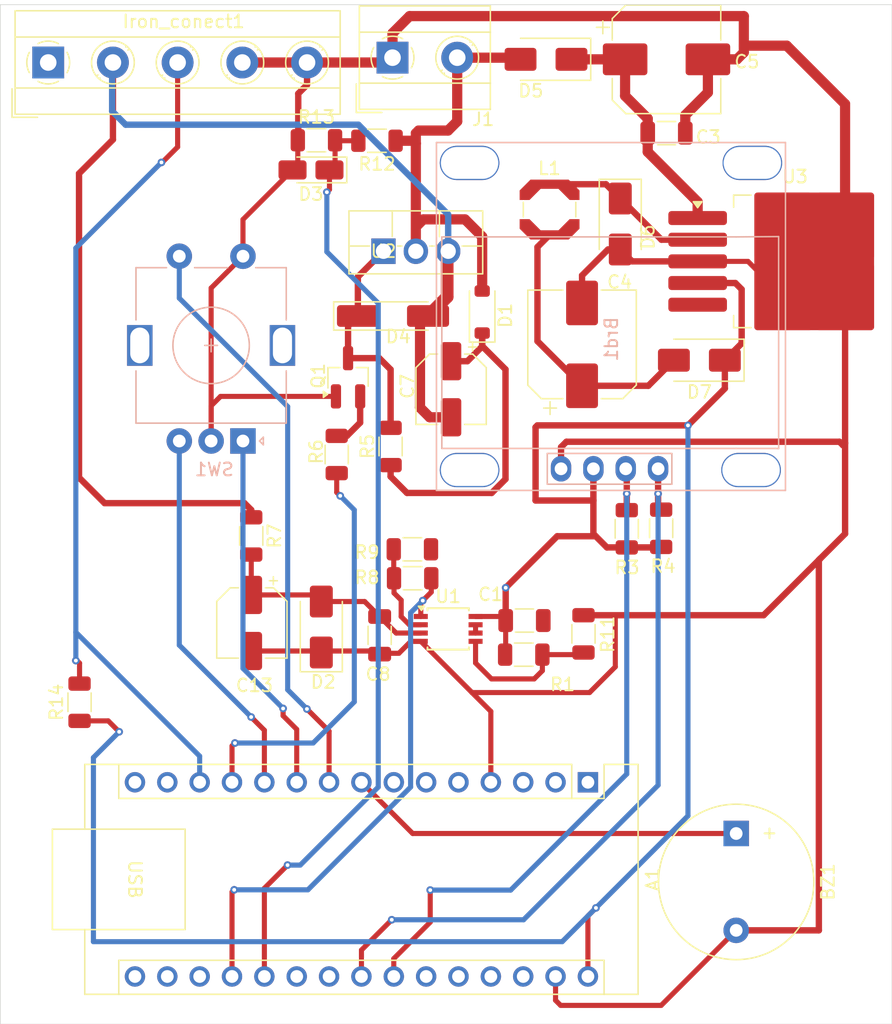
<source format=kicad_pcb>
(kicad_pcb (version 20240108) (generator "pcbnew") (generator_version "8.0")
  (layers (0 "F.Cu" signal) (31 "B.Cu" signal) (34 "B.Paste" user) (35 "F.Paste" user) (36 "B.SilkS" user "B.Silkscreen") (37 "F.SilkS" user "F.Silkscreen") (38 "B.Mask" user) (39 "F.Mask" user) (44 "Edge.Cuts" user))
  (net 0 "")
  (net 2 "A")
  (net 3 "/SCL")
  (net 6 "GND")
  (net 7 "A1")
  (net 9 "D10")
  (net 10 "VCC")
  (net 13 "A0")
  (net 15 "SW")
  (net 18 "B")
  (net 21 "/SDA")
  (net 25 "D5")
  (net 29 "D9")
  (net 30 "Net-(D5-K)")
  (net 31 "Net-(D7-A)")
  (net 32 "P+")
  (net 33 "Net-(D1-K)")
  (net 34 "Net-(D2-A)")
  (net 35 "+24V")
  (net 36 "Net-(D4-K)")
  (net 37 "Net-(D6-K)")
  (net 38 "Net-(Q1-B)")
  (net 39 "Net-(U1B-+)")
  (net 40 "Net-(U1A--)")
  (net 43 "Net-(U1B--)")
  (footprint "Resistor_SMD:R_1206_3216Metric" (layer "F.Cu") (at 136.4 88.9 90)
    (property "Reference" "R5" (at 0 -1.82 90) (layer "F.SilkS"))
    (property "Value" "4.7K")
    (pad "1" smd roundrect (at -1.4625 0 90) (size 1.125 1.75) (layers "F.Cu" "F.Paste" "F.Mask") (roundrect_rratio 0.222222) (net 33 "Net-(D1-K)"))
    (pad "2" smd roundrect (at 1.4625 0 90) (size 1.125 1.75) (layers "F.Cu" "F.Paste" "F.Mask") (roundrect_rratio 0.222222) (net 36 "Net-(D4-K)"))
  )
  (footprint "Package_TO_SOT_SMD:SOT-23_Handsoldering" (layer "F.Cu") (at 133.06 83.47 90)
    (property "Reference" "Q1" (at 0.11 -2.34 90) (layer "F.SilkS"))
    (property "Value" "2N2222A")
    (pad "1" smd roundrect (at -1.5 -0.95 90) (size 1.9 0.8) (layers "F.Cu" "F.Paste" "F.Mask") (net 6 "GND"))
    (pad "2" smd roundrect (at -1.5 0.95 90) (size 1.9 0.8) (layers "F.Cu" "F.Paste" "F.Mask") (net 38 "Net-(Q1-B)"))
    (pad "3" smd roundrect (at 1.5 0 90) (size 1.9 0.8) (layers "F.Cu" "F.Paste" "F.Mask") (net 36 "Net-(D4-K)"))
  )
  (footprint "Package_TO_SOT_THT:TO-220F-3_Vertical" (layer "F.Cu") (at 135.84 73.58)
    (property "Reference" "U2" (at 0 0 0) (layer "F.SilkS"))
    (property "Value" "IRLIZ44N")
    (pad "1" thru_hole rect (at 0 0) (size 1.905 2) (drill 1.2) (layers "*.Cu" "*.Mask") (net 36 "Net-(D4-K)"))
    (pad "2" thru_hole oval (at 2.54 0) (size 1.905 2) (drill 1.2) (layers "*.Cu" "*.Mask") (net 35 "+24V"))
    (pad "3" thru_hole oval (at 5.08 0) (size 1.905 2) (drill 1.2) (layers "*.Cu" "*.Mask") (net 32 "P+"))
  )
  (footprint "Capacitor_SMD:C_1206_3216Metric" (layer "F.Cu") (at 146.91 102.56)
    (property "Reference" "C1" (at -2.6575 -2.055 0) (layer "F.SilkS"))
    (property "Value" "100nF")
    (pad "1" smd roundrect (at -1.475 0) (size 1.15 1.8) (layers "F.Cu" "F.Paste" "F.Mask") (roundrect_rratio 0.217391) (net 10 "VCC"))
    (pad "2" smd roundrect (at 1.475 0) (size 1.15 1.8) (layers "F.Cu" "F.Paste" "F.Mask") (roundrect_rratio 0.217391) (net 6 "GND"))
  )
  (footprint "Diode_SMD:D_SOD-123" (layer "F.Cu") (at 143.59 78.35 90)
    (property "Reference" "D1" (at -0.27 1.82 90) (layer "F.SilkS"))
    (property "Value" "1N5819")
    (pad "1" smd roundrect (at -1.65 0 90) (size 0.9 1.2) (layers "F.Cu" "F.Paste" "F.Mask") (net 33 "Net-(D1-K)"))
    (pad "2" smd roundrect (at 1.65 0 90) (size 0.9 1.2) (layers "F.Cu" "F.Paste" "F.Mask") (net 35 "+24V"))
  )
  (footprint "Module:Arduino_Nano" (layer "F.Cu") (at 151.89 115.25 -90)
    (property "Reference" "A1" (at 7.62 -5.08 90) (layer "F.SilkS"))
    (property "Value" "Arduino_Nano_Every" (hide yes))
    (fp_text user "USB" (at 7.62 35.56 -90) (layer "F.SilkS"))
    (pad "1" thru_hole rect (at 0 0 270) (size 1.6 1.6) (drill 1) (layers "*.Cu" "*.Mask"))
    (pad "2" thru_hole oval (at 0 2.54 270) (size 1.6 1.6) (drill 1) (layers "*.Cu" "*.Mask"))
    (pad "3" thru_hole oval (at 0 5.08 270) (size 1.6 1.6) (drill 1) (layers "*.Cu" "*.Mask"))
    (pad "4" thru_hole oval (at 0 7.62 270) (size 1.6 1.6) (drill 1) (layers "*.Cu" "*.Mask") (net 6 "GND"))
    (pad "5" thru_hole oval (at 0 10.16 270) (size 1.6 1.6) (drill 1) (layers "*.Cu" "*.Mask"))
    (pad "6" thru_hole oval (at 0 12.7 270) (size 1.6 1.6) (drill 1) (layers "*.Cu" "*.Mask"))
    (pad "7" thru_hole oval (at 0 15.24 270) (size 1.6 1.6) (drill 1) (layers "*.Cu" "*.Mask"))
    (pad "8" thru_hole oval (at 0 17.78 270) (size 1.6 1.6) (drill 1) (layers "*.Cu" "*.Mask") (net 25 "D5"))
    (pad "9" thru_hole oval (at 0 20.32 270) (size 1.6 1.6) (drill 1) (layers "*.Cu" "*.Mask") (net 15 "SW"))
    (pad "10" thru_hole oval (at 0 22.86 270) (size 1.6 1.6) (drill 1) (layers "*.Cu" "*.Mask") (net 2 "A"))
    (pad "11" thru_hole oval (at 0 25.4 270) (size 1.6 1.6) (drill 1) (layers "*.Cu" "*.Mask") (net 18 "B"))
    (pad "12" thru_hole oval (at 0 27.94 270) (size 1.6 1.6) (drill 1) (layers "*.Cu" "*.Mask") (net 29 "D9"))
    (pad "13" thru_hole oval (at 0 30.48 270) (size 1.6 1.6) (drill 1) (layers "*.Cu" "*.Mask") (net 9 "D10"))
    (pad "14" thru_hole oval (at 0 33.02 270) (size 1.6 1.6) (drill 1) (layers "*.Cu" "*.Mask"))
    (pad "15" thru_hole oval (at 0 35.56 270) (size 1.6 1.6) (drill 1) (layers "*.Cu" "*.Mask"))
    (pad "16" thru_hole oval (at 15.24 35.56 270) (size 1.6 1.6) (drill 1) (layers "*.Cu" "*.Mask"))
    (pad "17" thru_hole oval (at 15.24 33.02 270) (size 1.6 1.6) (drill 1) (layers "*.Cu" "*.Mask"))
    (pad "18" thru_hole oval (at 15.24 30.48 270) (size 1.6 1.6) (drill 1) (layers "*.Cu" "*.Mask"))
    (pad "19" thru_hole oval (at 15.24 27.94 270) (size 1.6 1.6) (drill 1) (layers "*.Cu" "*.Mask") (net 13 "A0"))
    (pad "20" thru_hole oval (at 15.24 25.4 270) (size 1.6 1.6) (drill 1) (layers "*.Cu" "*.Mask") (net 7 "A1"))
    (pad "21" thru_hole oval (at 15.24 22.86 270) (size 1.6 1.6) (drill 1) (layers "*.Cu" "*.Mask"))
    (pad "22" thru_hole oval (at 15.24 20.32 270) (size 1.6 1.6) (drill 1) (layers "*.Cu" "*.Mask"))
    (pad "23" thru_hole oval (at 15.24 17.78 270) (size 1.6 1.6) (drill 1) (layers "*.Cu" "*.Mask") (net 21 "/SDA"))
    (pad "24" thru_hole oval (at 15.24 15.24 270) (size 1.6 1.6) (drill 1) (layers "*.Cu" "*.Mask") (net 3 "/SCL"))
    (pad "25" thru_hole oval (at 15.24 12.7 270) (size 1.6 1.6) (drill 1) (layers "*.Cu" "*.Mask"))
    (pad "26" thru_hole oval (at 15.24 10.16 270) (size 1.6 1.6) (drill 1) (layers "*.Cu" "*.Mask"))
    (pad "27" thru_hole oval (at 15.24 7.62 270) (size 1.6 1.6) (drill 1) (layers "*.Cu" "*.Mask"))
    (pad "28" thru_hole oval (at 15.24 5.08 270) (size 1.6 1.6) (drill 1) (layers "*.Cu" "*.Mask"))
    (pad "29" thru_hole oval (at 15.24 2.54 270) (size 1.6 1.6) (drill 1) (layers "*.Cu" "*.Mask") (net 6 "GND"))
    (pad "30" thru_hole oval (at 15.24 0 270) (size 1.6 1.6) (drill 1) (layers "*.Cu" "*.Mask") (net 10 "VCC"))
  )
  (footprint "Diode_SMD:D_SMA" (layer "F.Cu") (at 154.43 71.4425 -90)
    (property "Reference" "D6" (at 1.0175 -2.17 90) (layer "F.SilkS"))
    (property "Value" "SS34")
    (pad "1" smd roundrect (at -2 0 270) (size 2.5 1.8) (layers "F.Cu" "F.Paste" "F.Mask") (roundrect_rratio 0.1388888889) (net 37 "Net-(D6-K)"))
    (pad "2" smd roundrect (at 2 0 270) (size 2.5 1.8) (layers "F.Cu" "F.Paste" "F.Mask") (roundrect_rratio 0.1388888889) (net 6 "GND"))
  )
  (footprint "Diode_SMD:D_SMA" (layer "F.Cu") (at 148.6 58.52 180)
    (property "Reference" "D5" (at 1.19 -2.47 0) (layer "F.SilkS"))
    (property "Value" "1N4007")
    (pad "1" smd roundrect (at -2 0 180) (size 2.5 1.8) (layers "F.Cu" "F.Paste" "F.Mask") (roundrect_rratio 0.1388888889) (net 30 "Net-(D5-K)"))
    (pad "2" smd roundrect (at 2 0 180) (size 2.5 1.8) (layers "F.Cu" "F.Paste" "F.Mask") (roundrect_rratio 0.1388888889) (net 35 "+24V"))
  )
  (footprint "Package_SO:TSSOP-8_3x3mm_P0.65mm" (layer "F.Cu") (at 140.92 103.215)
    (property "Reference" "U1" (at 0 -2.55 0) (layer "F.SilkS"))
    (property "Value" "LM358")
    (pad "1" smd rect (at -2.15 -0.975) (size 1.1 0.4) (layers "F.Cu" "F.Paste" "F.Mask") (net 13 "A0"))
    (pad "2" smd rect (at -2.15 -0.325) (size 1.1 0.4) (layers "F.Cu" "F.Paste" "F.Mask") (net 40 "Net-(U1A--)"))
    (pad "3" smd rect (at -2.15 0.325) (size 1.1 0.4) (layers "F.Cu" "F.Paste" "F.Mask") (net 34 "Net-(D2-A)"))
    (pad "4" smd rect (at -2.15 0.975) (size 1.1 0.4) (layers "F.Cu" "F.Paste" "F.Mask") (net 6 "GND"))
    (pad "5" smd rect (at 2.15 0.975) (size 1.1 0.4) (layers "F.Cu" "F.Paste" "F.Mask") (net 39 "Net-(U1B-+)"))
    (pad "6" smd rect (at 2.15 0.325) (size 1.1 0.4) (layers "F.Cu" "F.Paste" "F.Mask") (net 43 "Net-(U1B--)"))
    (pad "7" smd rect (at 2.15 -0.325) (size 1.1 0.4) (layers "F.Cu" "F.Paste" "F.Mask") (net 43 "Net-(U1B--)"))
    (pad "8" smd rect (at 2.15 -0.975) (size 1.1 0.4) (layers "F.Cu" "F.Paste" "F.Mask") (net 10 "VCC"))
  )
  (footprint "Diode_SMD:D_MicroMELF_Handsoldering" (layer "F.Cu") (at 130.15 67.2 180)
    (property "Reference" "D3" (at 0 -1.9 0) (layer "F.SilkS"))
    (property "Value" "5V")
    (pad "1" smd roundrect (at -1.45 0 180) (size 2.2 1.5) (layers "F.Cu" "F.Paste" "F.Mask") (roundrect_rratio 0.1666666667) (net 7 "A1"))
    (pad "2" smd roundrect (at 1.45 0 180) (size 2.2 1.5) (layers "F.Cu" "F.Paste" "F.Mask") (roundrect_rratio 0.1666666667) (net 6 "GND"))
  )
  (footprint "TerminalBlock_MetzConnect:TerminalBlock_MetzConnect_Type101_RT01605HBWC_1x05_P5.08mm_Horizontal" (layer "F.Cu") (at 109.52 58.77)
    (property "Reference" "Iron_conect1" (at 10.63 -3.22 180) (layer "F.SilkS"))
    (property "Value" "Conn_01x05_Pin")
    (pad "1" thru_hole rect (at 0 0) (size 2.5 2.5) (drill 1.3) (layers "*.Cu" "*.Mask") (net 6 "GND"))
    (pad "2" thru_hole circle (at 5.08 0) (size 2.5 2.5) (drill 1.3) (layers "*.Cu" "*.Mask") (net 32 "P+"))
    (pad "3" thru_hole circle (at 10.16 0) (size 2.5 2.5) (drill 1.3) (layers "*.Cu" "*.Mask") (net 9 "D10"))
    (pad "4" thru_hole circle (at 15.24 0) (size 2.5 2.5) (drill 1.3) (layers "*.Cu" "*.Mask") (net 6 "GND"))
    (pad "5" thru_hole circle (at 20.32 0) (size 2.5 2.5) (drill 1.3) (layers "*.Cu" "*.Mask") (net 6 "GND"))
  )
  (footprint "Resistor_SMD:R_1206_3216Metric" (layer "F.Cu") (at 138.13 99.24 180)
    (property "Reference" "R8" (at 3.58 0.06 0) (layer "F.SilkS"))
    (property "Value" "200K")
    (pad "1" smd roundrect (at -1.4625 0 180) (size 1.125 1.75) (layers "F.Cu" "F.Paste" "F.Mask") (roundrect_rratio 0.222222) (net 13 "A0"))
    (pad "2" smd roundrect (at 1.4625 0 180) (size 1.125 1.75) (layers "F.Cu" "F.Paste" "F.Mask") (roundrect_rratio 0.222222) (net 40 "Net-(U1A--)"))
  )
  (footprint "Capacitor_SMD:CP_Elec_8x10" (layer "F.Cu") (at 158.06 58.52)
    (property "Reference" "C5" (at 6.31 0.19 0) (layer "F.SilkS"))
    (property "Value" "220uf")
    (pad "1" smd roundrect (at -3.25 0) (size 3.5 2.5) (layers "F.Cu" "F.Paste" "F.Mask") (roundrect_rratio 0.1) (net 30 "Net-(D5-K)"))
    (pad "2" smd roundrect (at 3.25 0) (size 3.5 2.5) (layers "F.Cu" "F.Paste" "F.Mask") (roundrect_rratio 0.1) (net 6 "GND"))
  )
  (footprint "Resistor_SMD:R_1206_3216Metric" (layer "F.Cu") (at 138.11 96.97 180)
    (property "Reference" "R9" (at 3.56 -0.23 0) (layer "F.SilkS"))
    (property "Value" "1K")
    (pad "1" smd roundrect (at -1.4625 0 180) (size 1.125 1.75) (layers "F.Cu" "F.Paste" "F.Mask") (roundrect_rratio 0.222222) (net 6 "GND"))
    (pad "2" smd roundrect (at 1.4625 0 180) (size 1.125 1.75) (layers "F.Cu" "F.Paste" "F.Mask") (roundrect_rratio 0.222222) (net 40 "Net-(U1A--)"))
  )
  (footprint "TerminalBlock_MetzConnect:TerminalBlock_MetzConnect_Type101_RT01602HBWC_1x02_P5.08mm_Horizontal" (layer "F.Cu") (at 136.55 58.39)
    (property "Reference" "J1" (at 7.12 4.84 0) (layer "F.SilkS"))
    (property "Value" "Conn_01x02_Pin")
    (pad "1" thru_hole rect (at 0 0) (size 2.5 2.5) (drill 1.3) (layers "*.Cu" "*.Mask") (net 6 "GND"))
    (pad "2" thru_hole circle (at 5.08 0) (size 2.5 2.5) (drill 1.3) (layers "*.Cu" "*.Mask") (net 35 "+24V"))
  )
  (footprint "Resistor_SMD:R_1206_3216Metric" (layer "F.Cu") (at 130.5775 64.87)
    (property "Reference" "R13" (at 0 -1.82 0) (layer "F.SilkS"))
    (property "Value" "10K")
    (pad "1" smd roundrect (at -1.4625 0) (size 1.125 1.75) (layers "F.Cu" "F.Paste" "F.Mask") (roundrect_rratio 0.222222) (net 6 "GND"))
    (pad "2" smd roundrect (at 1.4625 0) (size 1.125 1.75) (layers "F.Cu" "F.Paste" "F.Mask") (roundrect_rratio 0.222222) (net 7 "A1"))
  )
  (footprint "Resistor_SMD:R_1206_3216Metric" (layer "F.Cu") (at 146.8525 105.235 180)
    (property "Reference" "R1" (at -3.05 -2.34 0) (layer "F.SilkS"))
    (property "Value" "10K")
    (pad "1" smd roundrect (at -1.4625 0 180) (size 1.125 1.75) (layers "F.Cu" "F.Paste" "F.Mask") (roundrect_rratio 0.222222) (net 39 "Net-(U1B-+)"))
    (pad "2" smd roundrect (at 1.4625 0 180) (size 1.125 1.75) (layers "F.Cu" "F.Paste" "F.Mask") (roundrect_rratio 0.222222) (net 10 "VCC"))
  )
  (footprint "Resistor_SMD:R_1206_3216Metric" (layer "F.Cu") (at 157.64 95.32 90)
    (property "Reference" "R4" (at -2.98 0.15 180) (layer "F.SilkS"))
    (property "Value" "10K")
    (pad "1" smd roundrect (at -1.4625 0 90) (size 1.125 1.75) (layers "F.Cu" "F.Paste" "F.Mask") (roundrect_rratio 0.222222) (net 10 "VCC"))
    (pad "2" smd roundrect (at 1.4625 0 90) (size 1.125 1.75) (layers "F.Cu" "F.Paste" "F.Mask") (roundrect_rratio 0.222222) (net 21 "/SDA"))
  )
  (footprint "Resistor_SMD:R_1206_3216Metric" (layer "F.Cu") (at 132.17 89.53 -90)
    (property "Reference" "R6" (at -0.22 1.61 90) (layer "F.SilkS"))
    (property "Value" "10K")
    (pad "1" smd roundrect (at -1.4625 0 270) (size 1.125 1.75) (layers "F.Cu" "F.Paste" "F.Mask") (roundrect_rratio 0.222222) (net 38 "Net-(Q1-B)"))
    (pad "2" smd roundrect (at 1.4625 0 270) (size 1.125 1.75) (layers "F.Cu" "F.Paste" "F.Mask") (roundrect_rratio 0.222222) (net 29 "D9"))
  )
  (footprint "Resistor_SMD:R_1206_3216Metric" (layer "F.Cu") (at 111.98 108.97 90)
    (property "Reference" "R14" (at 0 -1.82 90) (layer "F.SilkS"))
    (property "Value" "10K")
    (pad "1" smd roundrect (at -1.4625 0 90) (size 1.125 1.75) (layers "F.Cu" "F.Paste" "F.Mask") (roundrect_rratio 0.222222) (net 10 "VCC"))
    (pad "2" smd roundrect (at 1.4625 0 90) (size 1.125 1.75) (layers "F.Cu" "F.Paste" "F.Mask") (roundrect_rratio 0.222222) (net 9 "D10"))
  )
  (footprint "Resistor_SMD:R_1206_3216Metric" (layer "F.Cu") (at 154.94 95.36 90)
    (property "Reference" "R3" (at -3.04 0.02 180) (layer "F.SilkS"))
    (property "Value" "10K")
    (pad "1" smd roundrect (at -1.4625 0 90) (size 1.125 1.75) (layers "F.Cu" "F.Paste" "F.Mask") (roundrect_rratio 0.222222) (net 10 "VCC"))
    (pad "2" smd roundrect (at 1.4625 0 90) (size 1.125 1.75) (layers "F.Cu" "F.Paste" "F.Mask") (roundrect_rratio 0.222222) (net 3 "/SCL"))
  )
  (footprint "Resistor_SMD:R_1206_3216Metric" (layer "F.Cu") (at 151.5425 103.605 90)
    (property "Reference" "R11" (at -0.04 1.9 90) (layer "F.SilkS"))
    (property "Value" "10K")
    (pad "1" smd roundrect (at -1.4625 0 90) (size 1.125 1.75) (layers "F.Cu" "F.Paste" "F.Mask") (roundrect_rratio 0.222222) (net 39 "Net-(U1B-+)"))
    (pad "2" smd roundrect (at 1.4625 0 90) (size 1.125 1.75) (layers "F.Cu" "F.Paste" "F.Mask") (roundrect_rratio 0.222222) (net 6 "GND"))
  )
  (footprint "Diode_SMD:D_SMA" (layer "F.Cu") (at 160.64 82.13 180)
    (property "Reference" "D7" (at 0 -2.5 0) (layer "F.SilkS"))
    (property "Value" "1N4007")
    (pad "1" smd roundrect (at -2 0 180) (size 2.5 1.8) (layers "F.Cu" "F.Paste" "F.Mask") (roundrect_rratio 0.1388888889) (net 10 "VCC"))
    (pad "2" smd roundrect (at 2 0 180) (size 2.5 1.8) (layers "F.Cu" "F.Paste" "F.Mask") (roundrect_rratio 0.1388888889) (net 31 "Net-(D7-A)"))
  )
  (footprint "Inductor_SMD:L_Coilcraft_LPS4414" (layer "F.Cu") (at 148.88 70.31 -90)
    (property "Reference" "L1" (at -3.23 0.01 180) (layer "F.SilkS"))
    (property "Value" "330uH")
    (pad "1" smd custom (at -1.9875 0 270) (size 0.5 2) (layers "F.Cu" "F.Paste" "F.Mask") (net 37 "Net-(D6-K)") (options (clearance outline) (anchor rect)) (primitives (gr_poly (pts (xy 0.3625 -0.7) (xy 1.2375 -1.575) (xy 1.2375 -2.35) (xy 0.4875 -2.35) (xy -0.3625 -1.5) (xy -0.3625 1.5) (xy 0.4875 2.35) (xy 1.2375 2.35) (xy 1.2375 1.575) (xy 0.3625 0.7)) (width 0) (fill yes))))
    (pad "2" smd custom (at 1.9875 0 270) (size 0.5 2) (layers "F.Cu" "F.Paste" "F.Mask") (net 31 "Net-(D7-A)") (options (clearance outline) (anchor rect)) (primitives (gr_poly (pts (xy -0.3625 -0.7) (xy -1.2375 -1.575) (xy -1.2375 -2.35) (xy -0.4875 -2.35) (xy 0.3625 -1.5) (xy 0.3625 1.5) (xy -0.4875 2.35) (xy -1.2375 2.35) (xy -1.2375 1.575) (xy -0.3625 0.7)) (width 0) (fill yes))))
  )
  (footprint "Capacitor_SMD:CP_Elec_8x10" (layer "F.Cu") (at 151.43 80.8875 90)
    (property "Reference" "C4" (at 4.8875 2.95 0) (layer "F.SilkS"))
    (property "Value" "220uf")
    (pad "1" smd roundrect (at -3.25 0 90) (size 3.5 2.5) (layers "F.Cu" "F.Paste" "F.Mask") (roundrect_rratio 0.1) (net 31 "Net-(D7-A)"))
    (pad "2" smd roundrect (at 3.25 0 90) (size 3.5 2.5) (layers "F.Cu" "F.Paste" "F.Mask") (roundrect_rratio 0.1) (net 6 "GND"))
  )
  (footprint "Diode_SMD:D_MiniMELF_Handsoldering" (layer "F.Cu") (at 136.59 78.66)
    (property "Reference" "D4" (at 0.41 1.62 0) (layer "F.SilkS"))
    (property "Value" "18v")
    (pad "1" smd roundrect (at -2.75 0) (size 3.3 1.7) (layers "F.Cu" "F.Paste" "F.Mask") (roundrect_rratio 0.1470588235) (net 36 "Net-(D4-K)"))
    (pad "2" smd roundrect (at 2.75 0) (size 3.3 1.7) (layers "F.Cu" "F.Paste" "F.Mask") (roundrect_rratio 0.1470588235) (net 32 "P+"))
  )
  (footprint "Resistor_SMD:R_1206_3216Metric" (layer "F.Cu") (at 125.46 95.92 -90)
    (property "Reference" "R7" (at 0 -1.82 90) (layer "F.SilkS"))
    (property "Value" "10K")
    (pad "1" smd roundrect (at -1.4625 0 270) (size 1.125 1.75) (layers "F.Cu" "F.Paste" "F.Mask") (roundrect_rratio 0.222222) (net 32 "P+"))
    (pad "2" smd roundrect (at 1.4625 0 270) (size 1.125 1.75) (layers "F.Cu" "F.Paste" "F.Mask") (roundrect_rratio 0.222222) (net 34 "Net-(D2-A)"))
  )
  (footprint "Package_TO_SOT_SMD:TO-263-5_TabPin3" (layer "F.Cu") (at 168.155 74.375)
    (property "Reference" "U3" (at 0 -6.65 0) (layer "F.SilkS"))
    (property "Value" "LM2596S-5")
    (pad "1" smd roundrect (at -7.65 -3.4) (size 4.6 1.1) (layers "F.Cu" "F.Paste" "F.Mask") (roundrect_rratio 0.227273) (net 30 "Net-(D5-K)"))
    (pad "2" smd roundrect (at -7.65 -1.7) (size 4.6 1.1) (layers "F.Cu" "F.Paste" "F.Mask") (roundrect_rratio 0.227273) (net 37 "Net-(D6-K)"))
    (pad "3" smd roundrect (at -7.65 0) (size 4.6 1.1) (layers "F.Cu" "F.Paste" "F.Mask") (roundrect_rratio 0.227273) (net 6 "GND"))
    (pad "3" smd roundrect (at -0.925 -2.775) (size 4.55 5.25) (layers "F.Cu" "F.Paste") (roundrect_rratio 0.054945) (net 6 "GND"))
    (pad "3" smd roundrect (at -0.925 2.775) (size 4.55 5.25) (layers "F.Cu" "F.Paste") (roundrect_rratio 0.054945) (net 6 "GND"))
    (pad "3" smd roundrect (at 1.5 0) (size 9.4 10.8) (layers "F.Cu" "F.Mask") (roundrect_rratio 0.026596) (net 6 "GND"))
    (pad "3" smd roundrect (at 3.925 -2.775) (size 4.55 5.25) (layers "F.Cu" "F.Paste") (roundrect_rratio 0.054945) (net 6 "GND"))
    (pad "3" smd roundrect (at 3.925 2.775) (size 4.55 5.25) (layers "F.Cu" "F.Paste") (roundrect_rratio 0.054945) (net 6 "GND"))
    (pad "4" smd roundrect (at -7.65 1.7) (size 4.6 1.1) (layers "F.Cu" "F.Paste" "F.Mask") (roundrect_rratio 0.227273) (net 10 "VCC"))
    (pad "5" smd roundrect (at -7.65 3.4) (size 4.6 1.1) (layers "F.Cu" "F.Paste" "F.Mask") (roundrect_rratio 0.227273) (net 6 "GND"))
  )
  (footprint "Diode_SMD:D_SMA" (layer "F.Cu") (at 130.96 103.0675 90)
    (property "Reference" "D2" (at -4.3125 0.15 180) (layer "F.SilkS"))
    (property "Value" "1N4007")
    (pad "1" smd roundrect (at -2 0 90) (size 2.5 1.8) (layers "F.Cu" "F.Paste" "F.Mask") (roundrect_rratio 0.1388888889) (net 6 "GND"))
    (pad "2" smd roundrect (at 2 0 90) (size 2.5 1.8) (layers "F.Cu" "F.Paste" "F.Mask") (roundrect_rratio 0.1388888889) (net 34 "Net-(D2-A)"))
  )
  (footprint "Capacitor_SMD:CP_Elec_5x5.7" (layer "F.Cu") (at 125.51 102.75 -90)
    (property "Reference" "C13" (at 4.9 -0.2 180) (layer "F.SilkS"))
    (property "Value" "10uf 35V")
    (pad "1" smd roundrect (at -2.2 0 270) (size 3 1.6) (layers "F.Cu" "F.Paste" "F.Mask") (roundrect_rratio 0.15625) (net 34 "Net-(D2-A)"))
    (pad "2" smd roundrect (at 2.2 0 270) (size 3 1.6) (layers "F.Cu" "F.Paste" "F.Mask") (roundrect_rratio 0.15625) (net 6 "GND"))
  )
  (footprint "Capacitor_SMD:C_1206_3216Metric" (layer "F.Cu") (at 158.06 64.31)
    (property "Reference" "C3" (at 3.28 0.31 0) (layer "F.SilkS"))
    (property "Value" "100nf")
    (pad "1" smd roundrect (at -1.475 0) (size 1.15 1.8) (layers "F.Cu" "F.Paste" "F.Mask") (roundrect_rratio 0.217391) (net 30 "Net-(D5-K)"))
    (pad "2" smd roundrect (at 1.475 0) (size 1.15 1.8) (layers "F.Cu" "F.Paste" "F.Mask") (roundrect_rratio 0.217391) (net 6 "GND"))
  )
  (footprint "Capacitor_SMD:C_1206_3216Metric" (layer "F.Cu") (at 135.54 103.72 -90)
    (property "Reference" "C8" (at 3.05 0.12 180) (layer "F.SilkS"))
    (property "Value" "2nF")
    (pad "1" smd roundrect (at -1.475 0 270) (size 1.15 1.8) (layers "F.Cu" "F.Paste" "F.Mask") (roundrect_rratio 0.217391) (net 34 "Net-(D2-A)"))
    (pad "2" smd roundrect (at 1.475 0 270) (size 1.15 1.8) (layers "F.Cu" "F.Paste" "F.Mask") (roundrect_rratio 0.217391) (net 6 "GND"))
  )
  (footprint "Resistor_SMD:R_1206_3216Metric" (layer "F.Cu") (at 135.33 64.91 180)
    (property "Reference" "R12" (at 0 -1.82 0) (layer "F.SilkS"))
    (property "Value" "47K")
    (pad "1" smd roundrect (at -1.4625 0 180) (size 1.125 1.75) (layers "F.Cu" "F.Paste" "F.Mask") (roundrect_rratio 0.222222) (net 35 "+24V"))
    (pad "2" smd roundrect (at 1.4625 0 180) (size 1.125 1.75) (layers "F.Cu" "F.Paste" "F.Mask") (roundrect_rratio 0.222222) (net 7 "A1"))
  )
  (footprint "Capacitor_SMD:CP_Elec_5x5.7" (layer "F.Cu") (at 141.15 84.41 -90)
    (property "Reference" "C7" (at -0.23 3.43 -90) (layer "F.SilkS"))
    (property "Value" "10uf 35V")
    (pad "1" smd roundrect (at -2.2 0 270) (size 3 1.6) (layers "F.Cu" "F.Paste" "F.Mask") (roundrect_rratio 0.15625) (net 33 "Net-(D1-K)"))
    (pad "2" smd roundrect (at 2.2 0 270) (size 3 1.6) (layers "F.Cu" "F.Paste" "F.Mask") (roundrect_rratio 0.15625) (net 32 "P+"))
  )
  (footprint "Buzzer_Beeper:Buzzer_12x9.5RM7.6" (layer "F.Cu") (at 163.53 119.27 -90)
    (property "Reference" "BZ1" (at 3.8 -7.2 90) (layer "F.SilkS"))
    (property "Value" "Buzzer")
    (fp_text user "+" (at -0.01 -2.54 90) (layer "F.SilkS"))
    (pad "1" thru_hole rect (at 0 0 270) (size 2 2) (drill 1) (layers "*.Cu" "*.Mask") (net 25 "D5"))
    (pad "2" thru_hole circle (at 7.6 0 270) (size 2 2) (drill 1) (layers "*.Cu" "*.Mask") (net 6 "GND"))
  )
  (footprint "Rotary_Encoder:RotaryEncoder_Alps_EC11E-Switch_Vertical_H20mm" (layer "B.Cu") (at 124.81 88.47 90)
    (property "Reference" "SW1" (at -2.24 -2.25 0) (layer "B.SilkS") (effects (justify mirror)))
    (property "Value" "RotaryEncoder_Switch_MP")
    (pad "A" thru_hole rect (at 0 0 90) (size 2 2) (drill 1) (layers "*.Cu" "*.Mask") (net 2 "A"))
    (pad "B" thru_hole circle (at 0 -5 90) (size 2 2) (drill 1) (layers "*.Cu" "*.Mask") (net 18 "B"))
    (pad "C" thru_hole circle (at 0 -2.5 90) (size 2 2) (drill 1) (layers "*.Cu" "*.Mask") (net 6 "GND"))
    (pad "MP" thru_hole rect (at 7.5 -8.1 90) (size 3.2 2) (drill oval 2.8 1.5) (layers "*.Cu" "*.Mask"))
    (pad "MP" thru_hole rect (at 7.5 3.1 90) (size 3.2 2) (drill oval 2.8 1.5) (layers "*.Cu" "*.Mask"))
    (pad "S1" thru_hole circle (at 14.5 -5 90) (size 2 2) (drill 1) (layers "*.Cu" "*.Mask") (net 15 "SW"))
    (pad "S2" thru_hole circle (at 14.5 0 90) (size 2 2) (drill 1) (layers "*.Cu" "*.Mask") (net 6 "GND"))
  )
  (footprint "library:128x64OLED" (layer "B.Cu") (at 153.4 80.05)
    (property "Reference" "Brd1" (at 0.33 0.43 -90) (layer "B.SilkS") (effects (justify mirror)))
    (property "Value" "SSD1306")
    (pad "" thru_hole oval (at -10.8 -13.4 180) (size 4.68 2.69) (drill oval 4.5 2.5) (layers "*.Cu" "*.Mask"))
    (pad "" thru_hole oval (at -10.8 10.7 180) (size 4.68 2.69) (drill oval 4.5 2.5) (layers "*.Cu" "*.Mask"))
    (pad "" thru_hole oval (at 11.3 10.7 180) (size 4.68 2.69) (drill oval 4.5 2.5) (layers "*.Cu" "*.Mask"))
    (pad "" thru_hole oval (at 11.4 -13.4 180) (size 4.68 2.69) (drill oval 4.5 2.5) (layers "*.Cu" "*.Mask"))
    (pad "1" thru_hole oval (at -3.62 10.6 270) (size 2 1.6) (drill 1) (layers "*.Cu" "*.Mask") (net 6 "GND"))
    (pad "2" thru_hole oval (at -1.08 10.6 270) (size 2 1.6) (drill 1) (layers "*.Cu" "*.Mask") (net 10 "VCC"))
    (pad "3" thru_hole oval (at 1.46 10.6 270) (size 2 1.6) (drill 1) (layers "*.Cu" "*.Mask") (net 3 "/SCL"))
    (pad "4" thru_hole oval (at 4 10.6 270) (size 2 1.6) (drill 1) (layers "*.Cu" "*.Mask") (net 21 "/SDA"))
  )
  (gr_rect (start 105.76 54.23) (end 175.76 134.23) (stroke (width 0.05)) (fill none) (layer "Edge.Cuts"))
  (segment (start 127.96 109.46) (end 127.96 109.52) (width 0.4) (layer "F.Cu") (net 2))
  (segment (start 129.03 111.1) (end 127.96 110.03) (width 0.4) (layer "F.Cu") (net 2))
  (segment (start 127.96 110.03) (end 127.96 109.46) (width 0.4) (layer "F.Cu") (net 2))
  (segment (start 129.03 115.25) (end 129.03 111.1) (width 0.4) (layer "F.Cu") (net 2))
  (via (at 127.96 109.46) (size 0.6) (drill 0.3) (layers "F.Cu" "B.Cu") (net 2))
  (segment (start 124.81 88.47) (end 124.81 106.31) (width 0.4) (layer "B.Cu") (net 2))
  (segment (start 124.81 106.31) (end 127.96 109.46) (width 0.4) (layer "B.Cu") (net 2))
  (segment (start 139.51 123.71) (end 139.51 126.23) (width 0.4) (layer "F.Cu") (net 3))
  (segment (start 139.51 126.23) (end 136.65 129.09) (width 0.4) (layer "F.Cu") (net 3))
  (segment (start 154.94 92.61) (end 154.94 90.73) (width 0.5) (layer "F.Cu") (net 3))
  (segment (start 136.65 129.09) (end 136.65 130.49) (width 0.4) (layer "F.Cu") (net 3))
  (segment (start 154.94 93.8975) (end 154.94 92.61) (width 0.5) (layer "F.Cu") (net 3))
  (segment (start 154.94 90.73) (end 154.86 90.65) (width 0.5) (layer "F.Cu") (net 3))
  (via (at 139.51 123.71) (size 0.6) (drill 0.3) (layers "F.Cu" "B.Cu") (net 3))
  (via (at 154.94 92.61) (size 0.6) (drill 0.3) (layers "F.Cu" "B.Cu") (net 3))
  (segment (start 139.51 123.71) (end 145.83 123.71) (width 0.4) (layer "B.Cu") (net 3))
  (segment (start 145.83 123.71) (end 154.94 114.6) (width 0.4) (layer "B.Cu") (net 3))
  (segment (start 154.94 114.6) (end 154.94 92.61) (width 0.4) (layer "B.Cu") (net 3))
  (segment (start 142.79 108.21) (end 144.27 109.69) (width 0.4) (layer "F.Cu") (net 6))
  (segment (start 151.43 75.48) (end 153.4675 73.4425) (width 0.5) (layer "F.Cu") (net 6))
  (segment (start 129.84 58.77) (end 129.84 60.52) (width 0.5) (layer "F.Cu") (net 6))
  (segment (start 154.04 106.19) (end 154.04 102.1425) (width 0.4) (layer "F.Cu") (net 6))
  (segment (start 154.04 102.1425) (end 153.24 102.1425) (width 0.4) (layer "F.Cu") (net 6))
  (segment (start 142.79 108.21) (end 152.02 108.21) (width 0.4) (layer "F.Cu") (net 6))
  (segment (start 153.4675 73.4425) (end 154.43 73.4425) (width 0.5) (layer "F.Cu") (net 6))
  (segment (start 122.31 88.47) (end 122.31 85.71) (width 0.4) (layer "F.Cu") (net 6))
  (segment (start 122.31 76.47) (end 124.81 73.97) (width 0.4) (layer "F.Cu") (net 6))
  (segment (start 155.3625 74.375) (end 154.43 73.4425) (width 0.5) (layer "F.Cu") (net 6))
  (segment (start 149.35 130.49) (end 149.35 132.36) (width 0.4) (layer "F.Cu") (net 6))
  (segment (start 135.605 105.13) (end 135.54 105.195) (width 0.4) (layer "F.Cu") (net 6))
  (segment (start 129.115 66.785) (end 128.7 67.2) (width 0.4) (layer "F.Cu") (net 6))
  (segment (start 171.915 88.805) (end 172.08 88.64) (width 0.5) (layer "F.Cu") (net 6))
  (segment (start 129.15 61.21) (end 129.15 64.835) (width 0.5) (layer "F.Cu") (net 6))
  (segment (start 170.02 126.87) (end 163.53 126.87) (width 0.5) (layer "F.Cu") (net 6))
  (segment (start 136.55 56.47) (end 137.89 55.13) (width 0.8) (layer "F.Cu") (net 6))
  (segment (start 129.15 64.835) (end 129.115 64.87) (width 0.5) (layer "F.Cu") (net 6))
  (segment (start 165.6875 102.1425) (end 170.13 97.7) (width 0.5) (layer "F.Cu") (net 6))
  (segment (start 149.78 88.95) (end 150.2 88.53) (width 0.5) (layer "F.Cu") (net 6))
  (segment (start 150.2 88.53) (end 171.64 88.53) (width 0.5) (layer "F.Cu") (net 6))
  (segment (start 149.75 132.76) (end 157.64 132.76) (width 0.4) (layer "F.Cu") (net 6))
  (segment (start 152.02 108.21) (end 154.04 106.19) (width 0.4) (layer "F.Cu") (net 6))
  (segment (start 170.02 97.81) (end 170.02 126.87) (width 0.5) (layer "F.Cu") (net 6))
  (segment (start 137.05 105.13) (end 135.605 105.13) (width 0.4) (layer "F.Cu") (net 6))
  (segment (start 138.77 104.19) (end 142.79 108.21) (width 0.4) (layer "F.Cu") (net 6))
  (segment (start 122.31 85.71) (end 123.05 84.97) (width 0.4) (layer "F.Cu") (net 6))
  (segment (start 135.295 104.95) (end 135.54 105.195) (width 0.4) (layer "F.Cu") (net 6))
  (segment (start 144.27 109.69) (end 144.27 115.25) (width 0.4) (layer "F.Cu") (net 6))
  (segment (start 137.99 104.19) (end 137.05 105.13) (width 0.4) (layer "F.Cu") (net 6))
  (segment (start 171.64 88.53) (end 171.915 88.805) (width 0.5) (layer "F.Cu") (net 6))
  (segment (start 123.05 84.97) (end 132.11 84.97) (width 0.4) (layer "F.Cu") (net 6))
  (segment (start 125.51 104.95) (end 135.295 104.95) (width 0.4) (layer "F.Cu") (net 6))
  (segment (start 172.08 88.64) (end 172.08 77.15) (width 0.5) (layer "F.Cu") (net 6))
  (segment (start 136.55 58.39) (end 136.55 56.47) (width 0.8) (layer "F.Cu") (net 6))
  (segment (start 164.455 74.375) (end 160.505 74.375) (width 0.4) (layer "F.Cu") (net 6))
  (segment (start 163.59 58.52) (end 161.31 58.52) (width 0.8) (layer "F.Cu") (net 6))
  (segment (start 159.535 62.895) (end 161.31 61.12) (width 0.8) (layer "F.Cu") (net 6))
  (segment (start 129.84 60.52) (end 129.15 61.21) (width 0.5) (layer "F.Cu") (net 6))
  (segment (start 164.13 57.45) (end 164.13 57.98) (width 0.8) (layer "F.Cu") (net 6))
  (segment (start 149.78 90.65) (end 149.78 88.95) (width 0.5) (layer "F.Cu") (net 6))
  (segment (start 137.89 55.13) (end 164.13 55.13) (width 0.8) (layer "F.Cu") (net 6))
  (segment (start 128.7 67.2) (end 124.81 71.09) (width 0.4) (layer "F.Cu") (net 6))
  (segment (start 172.08 95.75) (end 172.08 88.64) (width 0.5) (layer "F.Cu") (net 6))
  (segment (start 136.17 58.77) (end 136.55 58.39) (width 0.8) (layer "F.Cu") (net 6))
  (segment (start 170.13 97.7) (end 172.08 95.75) (width 0.5) (layer "F.Cu") (net 6))
  (segment (start 167.5 57.45) (end 172.08 62.03) (width 0.8) (layer "F.Cu") (net 6))
  (segment (start 164.13 57.45) (end 167.5 57.45) (width 0.8) (layer "F.Cu") (net 6))
  (segment (start 164.13 55.13) (end 164.13 57.45) (width 0.8) (layer "F.Cu") (net 6))
  (segment (start 122.31 88.47) (end 122.31 76.47) (width 0.4) (layer "F.Cu") (net 6))
  (segment (start 159.535 64.31) (end 159.535 62.895) (width 0.8) (layer "F.Cu") (net 6))
  (segment (start 164.13 57.98) (end 163.59 58.52) (width 0.8) (layer "F.Cu") (net 6))
  (segment (start 124.81 71.09) (end 124.81 73.97) (width 0.4) (layer "F.Cu") (net 6))
  (segment (start 149.35 132.36) (end 149.75 132.76) (width 0.4) (layer "F.Cu") (net 6))
  (segment (start 138.77 104.19) (end 137.99 104.19) (width 0.4) (layer "F.Cu") (net 6))
  (segment (start 167.23 77.15) (end 164.455 74.375) (width 0.4) (layer "F.Cu") (net 6))
  (segment (start 124.76 58.77) (end 136.17 58.77) (width 0.8) (layer "F.Cu") (net 6))
  (segment (start 170.13 97.7) (end 170.02 97.81) (width 0.5) (layer "F.Cu") (net 6))
  (segment (start 157.64 132.76) (end 163.53 126.87) (width 0.4) (layer "F.Cu") (net 6))
  (segment (start 151.5425 102.1425) (end 165.6875 102.1425) (width 0.5) (layer "F.Cu") (net 6))
  (segment (start 172.08 62.03) (end 172.08 71.6) (width 0.8) (layer "F.Cu") (net 6))
  (segment (start 129.115 64.87) (end 129.115 66.785) (width 0.4) (layer "F.Cu") (net 6))
  (segment (start 161.31 61.12) (end 161.31 58.52) (width 0.8) (layer "F.Cu") (net 6))
  (segment (start 160.505 74.375) (end 155.3625 74.375) (width 0.5) (layer "F.Cu") (net 6))
  (segment (start 151.43 77.6375) (end 151.43 75.48) (width 0.5) (layer "F.Cu") (net 6))
  (segment (start 131.6 68.74) (end 131.395 68.945) (width 0.4) (layer "F.Cu") (net 7))
  (segment (start 132.08 64.91) (end 132.04 64.87) (width 0.4) (layer "F.Cu") (net 7))
  (segment (start 132.04 66.76) (end 131.6 67.2) (width 0.4) (layer "F.Cu") (net 7))
  (segment (start 131.395 68.945) (end 131.38 68.96) (width 0.4) (layer "F.Cu") (net 7))
  (segment (start 126.49 123.57) (end 126.49 130.49) (width 0.4) (layer "F.Cu") (net 7))
  (segment (start 132.04 64.87) (end 132.04 66.76) (width 0.4) (layer "F.Cu") (net 7))
  (segment (start 131.6 67.2) (end 131.6 68.74) (width 0.4) (layer "F.Cu") (net 7))
  (segment (start 133.8675 64.91) (end 132.08 64.91) (width 0.4) (layer "F.Cu") (net 7))
  (segment (start 128.31 121.75) (end 126.49 123.57) (width 0.4) (layer "F.Cu") (net 7))
  (via (at 128.31 121.75) (size 0.6) (drill 0.3) (layers "F.Cu" "B.Cu") (net 7))
  (via (at 131.395 68.945) (size 0.6) (drill 0.3) (layers "F.Cu" "B.Cu") (net 7))
  (segment (start 135.43 115.627057) (end 135.43 77.66) (width 0.4) (layer "B.Cu") (net 7))
  (segment (start 131.395 73.625) (end 131.395 68.945) (width 0.4) (layer "B.Cu") (net 7))
  (segment (start 128.31 121.75) (end 129.307057 121.75) (width 0.4) (layer "B.Cu") (net 7))
  (segment (start 135.43 77.66) (end 131.395 73.625) (width 0.4) (layer "B.Cu") (net 7))
  (segment (start 129.307057 121.75) (end 135.43 115.627057) (width 0.4) (layer "B.Cu") (net 7))
  (segment (start 118.41 66.61) (end 118.41 66.67) (width 0.4) (layer "F.Cu") (net 9))
  (segment (start 111.98 107.5075) (end 111.98 105.9) (width 0.4) (layer "F.Cu") (net 9))
  (segment (start 118.47 66.61) (end 118.41 66.61) (width 0.4) (layer "F.Cu") (net 9))
  (segment (start 119.68 58.77) (end 119.68 65.4) (width 0.4) (layer "F.Cu") (net 9))
  (segment (start 119.68 65.4) (end 118.47 66.61) (width 0.4) (layer "F.Cu") (net 9))
  (segment (start 118.41 66.67) (end 118.44 66.64) (width 0.4) (layer "F.Cu") (net 9))
  (segment (start 111.98 105.9) (end 111.78 105.7) (width 0.4) (layer "F.Cu") (net 9))
  (via (at 118.41 66.61) (size 0.6) (drill 0.3) (layers "F.Cu" "B.Cu") (net 9))
  (via (at 111.69 105.7) (size 0.6) (drill 0.3) (layers "F.Cu" "B.Cu") (net 9))
  (segment (start 111.69 73.33) (end 111.69 103.48) (width 0.4) (layer "B.Cu") (net 9))
  (segment (start 111.69 103.48) (end 111.69 105.7) (width 0.4) (layer "B.Cu") (net 9))
  (segment (start 111.69 103.48) (end 121.41 113.2) (width 0.4) (layer "B.Cu") (net 9))
  (segment (start 121.41 113.2) (end 121.41 115.25) (width 0.4) (layer "B.Cu") (net 9))
  (segment (start 118.41 66.61) (end 111.69 73.33) (width 0.4) (layer "B.Cu") (net 9))
  (segment (start 145.435 99.985) (end 145.435 102.56) (width 0.5) (layer "F.Cu") (net 10))
  (segment (start 151.89 125.74) (end 152.52 125.11) (width 0.4) (layer "F.Cu") (net 10))
  (segment (start 145.435 102.56) (end 145.435 105.19) (width 0.4) (layer "F.Cu") (net 10))
  (segment (start 152.32 93.14) (end 147.78 93.14) (width 0.5) (layer "F.Cu") (net 10))
  (segment (start 145.115 102.24) (end 145.435 102.56) (width 0.4) (layer "F.Cu") (net 10))
  (segment (start 147.78 87.39) (end 147.925 87.245) (width 0.5) (layer "F.Cu") (net 10))
  (segment (start 147.925 87.245) (end 159.745 87.245) (width 0.5) (layer "F.Cu") (net 10))
  (segment (start 152.32 93.14) (end 152.32 95.76) (width 0.5) (layer "F.Cu") (net 10))
  (segment (start 111.98 110.4325) (end 114.2325 110.4325) (width 0.4) (layer "F.Cu") (net 10))
  (segment (start 159.745 87.245) (end 159.73 87.26) (width 0.5) (layer "F.Cu") (net 10))
  (segment (start 145.435 105.19) (end 145.39 105.235) (width 0.4) (layer "F.Cu") (net 10))
  (segment (start 153.3825 96.8225) (end 154.94 96.8225) (width 0.5) (layer "F.Cu") (net 10))
  (segment (start 147.78 93.14) (end 147.78 87.39) (width 0.5) (layer "F.Cu") (net 10))
  (segment (start 163.465 76.075) (end 163.96 76.57) (width 0.5) (layer "F.Cu") (net 10))
  (segment (start 163.96 80.81) (end 162.64 82.13) (width 0.5) (layer "F.Cu") (net 10))
  (segment (start 152.32 95.76) (end 152.505 95.945) (width 0.5) (layer "F.Cu") (net 10))
  (segment (start 162.64 84.35) (end 159.745 87.245) (width 0.5) (layer "F.Cu") (net 10))
  (segment (start 152.32 90.65) (end 152.32 93.14) (width 0.5) (layer "F.Cu") (net 10))
  (segment (start 152.505 95.945) (end 153.3825 96.8225) (width 0.5) (layer "F.Cu") (net 10))
  (segment (start 162.64 82.13) (end 162.64 84.35) (width 0.5) (layer "F.Cu") (net 10))
  (segment (start 160.505 76.075) (end 163.465 76.075) (width 0.5) (layer "F.Cu") (net 10))
  (segment (start 157.6 96.8225) (end 157.64 96.7825) (width 0.5) (layer "F.Cu") (net 10))
  (segment (start 149.475 95.945) (end 152.505 95.945) (width 0.5) (layer "F.Cu") (net 10))
  (segment (start 114.2325 110.4325) (end 115.09 111.29) (width 0.4) (layer "F.Cu") (net 10))
  (segment (start 143.07 102.24) (end 145.115 102.24) (width 0.4) (layer "F.Cu") (net 10))
  (segment (start 151.89 130.49) (end 151.89 125.74) (width 0.4) (layer "F.Cu") (net 10))
  (segment (start 154.94 96.8225) (end 157.6 96.8225) (width 0.5) (layer "F.Cu") (net 10))
  (segment (start 145.435 99.985) (end 149.475 95.945) (width 0.5) (layer "F.Cu") (net 10))
  (segment (start 163.96 76.57) (end 163.96 80.81) (width 0.5) (layer "F.Cu") (net 10))
  (via (at 115.09 111.29) (size 0.6) (drill 0.3) (layers "F.Cu" "B.Cu") (net 10))
  (via (at 159.745 87.245) (size 0.6) (drill 0.3) (layers "F.Cu" "B.Cu") (net 10))
  (via (at 152.52 125.11) (size 0.6) (drill 0.3) (layers "F.Cu" "B.Cu") (net 10))
  (via (at 145.435 99.985) (size 0.6) (drill 0.3) (layers "F.Cu" "B.Cu") (net 10))
  (segment (start 113.07 113.31) (end 113.07 127.76) (width 0.4) (layer "B.Cu") (net 10))
  (segment (start 115.09 111.29) (end 113.07 113.31) (width 0.4) (layer "B.Cu") (net 10))
  (segment (start 152.52 125.11) (end 159.745 117.885) (width 0.4) (layer "B.Cu") (net 10))
  (segment (start 159.745 117.885) (end 159.745 87.245) (width 0.4) (layer "B.Cu") (net 10))
  (segment (start 113.07 127.76) (end 149.87 127.76) (width 0.4) (layer "B.Cu") (net 10))
  (segment (start 149.87 127.76) (end 152.52 125.11) (width 0.4) (layer "B.Cu") (net 10))
  (segment (start 139.5925 100.3275) (end 138.925 100.995) (width 0.4) (layer "F.Cu") (net 13))
  (segment (start 138.77 101.15) (end 138.77 102.24) (width 0.4) (layer "F.Cu") (net 13))
  (segment (start 124.12 123.69) (end 123.95 123.86) (width 0.4) (layer "F.Cu") (net 13))
  (segment (start 123.95 123.86) (end 123.95 130.49) (width 0.4) (layer "F.Cu") (net 13))
  (segment (start 138.925 100.995) (end 138.77 101.15) (width 0.4) (layer "F.Cu") (net 13))
  (segment (start 139.5925 99.24) (end 139.5925 100.3275) (width 0.4) (layer "F.Cu") (net 13))
  (via (at 138.925 100.995) (size 0.6) (drill 0.3) (layers "F.Cu" "B.Cu") (net 13))
  (via (at 124.12 123.69) (size 0.6) (drill 0.3) (layers "F.Cu" "B.Cu") (net 13))
  (segment (start 129.907057 123.69) (end 137.97 115.627057) (width 0.4) (layer "B.Cu") (net 13))
  (segment (start 124.12 123.69) (end 129.907057 123.69) (width 0.4) (layer "B.Cu") (net 13))
  (segment (start 137.97 101.95) (end 138.925 100.995) (width 0.4) (layer "B.Cu") (net 13))
  (segment (start 137.97 115.627057) (end 137.97 101.95) (width 0.4) (layer "B.Cu") (net 13))
  (segment (start 131.57 111.24) (end 131.57 115.25) (width 0.4) (layer "F.Cu") (net 15))
  (segment (start 129.83 109.5) (end 131.57 111.24) (width 0.4) (layer "F.Cu") (net 15))
  (via (at 129.83 109.5) (size 0.6) (drill 0.3) (layers "F.Cu" "B.Cu") (net 15))
  (segment (start 128.32 85.77) (end 119.81 77.26) (width 0.4) (layer "B.Cu") (net 15))
  (segment (start 119.81 77.26) (end 119.81 73.97) (width 0.4) (layer "B.Cu") (net 15))
  (segment (start 128.32 107.99) (end 128.32 85.77) (width 0.4) (layer "B.Cu") (net 15))
  (segment (start 129.83 109.5) (end 128.32 107.99) (width 0.4) (layer "B.Cu") (net 15))
  (segment (start 125.45 110.13) (end 126.49 111.17) (width 0.4) (layer "F.Cu") (net 18))
  (segment (start 126.49 111.17) (end 126.49 115.25) (width 0.4) (layer "F.Cu") (net 18))
  (via (at 125.45 110.13) (size 0.6) (drill 0.3) (layers "F.Cu" "B.Cu") (net 18))
  (segment (start 119.81 104.49) (end 119.81 88.47) (width 0.4) (layer "B.Cu") (net 18))
  (segment (start 125.45 110.13) (end 119.81 104.49) (width 0.4) (layer "B.Cu") (net 18))
  (segment (start 134.11 128.42) (end 136.49 126.04) (width 0.4) (layer "F.Cu") (net 21))
  (segment (start 134.11 130.49) (end 134.11 128.42) (width 0.4) (layer "F.Cu") (net 21))
  (segment (start 157.4 92.61) (end 157.4 93.6175) (width 0.5) (layer "F.Cu") (net 21))
  (segment (start 157.4 90.65) (end 157.4 92.61) (width 0.5) (layer "F.Cu") (net 21))
  (segment (start 157.4 93.6175) (end 157.64 93.8575) (width 0.5) (layer "F.Cu") (net 21))
  (via (at 157.4 92.61) (size 0.6) (drill 0.3) (layers "F.Cu" "B.Cu") (net 21))
  (via (at 136.49 126.04) (size 0.6) (drill 0.3) (layers "F.Cu" "B.Cu") (net 21))
  (segment (start 136.49 126.04) (end 146.84 126.04) (width 0.4) (layer "B.Cu") (net 21))
  (segment (start 157.4 115.48) (end 157.4 92.61) (width 0.4) (layer "B.Cu") (net 21))
  (segment (start 146.84 126.04) (end 157.4 115.48) (width 0.4) (layer "B.Cu") (net 21))
  (segment (start 138.13 119.27) (end 163.53 119.27) (width 0.4) (layer "F.Cu") (net 25))
  (segment (start 134.11 115.25) (end 138.13 119.27) (width 0.4) (layer "F.Cu") (net 25))
  (segment (start 124.18 112.17) (end 123.95 112.4) (width 0.4) (layer "F.Cu") (net 29))
  (segment (start 132.17 90.9925) (end 132.17 92.5) (width 0.4) (layer "F.Cu") (net 29))
  (segment (start 132.17 92.5) (end 132.445 92.775) (width 0.4) (layer "F.Cu") (net 29))
  (segment (start 123.95 112.4) (end 123.95 115.25) (width 0.4) (layer "F.Cu") (net 29))
  (segment (start 132.445 92.775) (end 132.49 92.82) (width 0.4) (layer "F.Cu") (net 29))
  (via (at 124.18 112.17) (size 0.6) (drill 0.3) (layers "F.Cu" "B.Cu") (net 29))
  (via (at 132.445 92.775) (size 0.6) (drill 0.3) (layers "F.Cu" "B.Cu") (net 29))
  (segment (start 130.32 112.17) (end 133.55 108.94) (width 0.4) (layer "B.Cu") (net 29))
  (segment (start 133.55 93.88) (end 132.445 92.775) (width 0.4) (layer "B.Cu") (net 29))
  (segment (start 133.55 108.94) (end 133.55 93.88) (width 0.4) (layer "B.Cu") (net 29))
  (segment (start 124.18 112.17) (end 130.32 112.17) (width 0.4) (layer "B.Cu") (net 29))
  (segment (start 156.585 63.165) (end 156.585 64.31) (width 0.8) (layer "F.Cu") (net 30))
  (segment (start 150.6 58.52) (end 154.81 58.52) (width 0.8) (layer "F.Cu") (net 30))
  (segment (start 160.505 69.705) (end 160.505 70.975) (width 0.8) (layer "F.Cu") (net 30))
  (segment (start 156.585 65.785) (end 160.505 69.705) (width 0.8) (layer "F.Cu") (net 30))
  (segment (start 154.81 61.39) (end 156.585 63.165) (width 0.8) (layer "F.Cu") (net 30))
  (segment (start 156.585 64.31) (end 156.585 65.785) (width 0.8) (layer "F.Cu") (net 30))
  (segment (start 154.81 58.52) (end 154.81 61.39) (width 0.8) (layer "F.Cu") (net 30))
  (segment (start 156.6325 84.1375) (end 158.64 82.13) (width 0.5) (layer "F.Cu") (net 31))
  (segment (start 148.88 72.2975) (end 147.93 73.2475) (width 0.5) (layer "F.Cu") (net 31))
  (segment (start 151.43 84.1375) (end 156.6325 84.1375) (width 0.5) (layer "F.Cu") (net 31))
  (segment (start 147.93 80.6375) (end 151.43 84.1375) (width 0.5) (layer "F.Cu") (net 31))
  (segment (start 147.93 73.2475) (end 147.93 80.6375) (width 0.5) (layer "F.Cu") (net 31))
  (segment (start 140.84 77.16) (end 140.84 73.66) (width 1) (layer "F.Cu") (net 32))
  (segment (start 141.15 86.61) (end 139.47 86.61) (width 0.8) (layer "F.Cu") (net 32))
  (segment (start 140.84 73.66) (end 140.92 73.58) (width 1) (layer "F.Cu") (net 32))
  (segment (start 124.93 93.35) (end 113.95 93.35) (width 0.5) (layer "F.Cu") (net 32))
  (segment (start 125.46 93.88) (end 124.93 93.35) (width 0.5) (layer "F.Cu") (net 32))
  (segment (start 111.94 67.48) (end 114.6 64.82) (width 0.5) (layer "F.Cu") (net 32))
  (segment (start 125.46 94.4575) (end 125.46 93.88) (width 0.5) (layer "F.Cu") (net 32))
  (segment (start 139.34 78.66) (end 140.84 77.16) (width 1) (layer "F.Cu") (net 32))
  (segment (start 138.71 79.29) (end 139.34 78.66) (width 0.8) (layer "F.Cu") (net 32))
  (segment (start 113.95 93.35) (end 111.94 91.34) (width 0.5) (layer "F.Cu") (net 32))
  (segment (start 138.71 85.85) (end 138.71 79.29) (width 0.8) (layer "F.Cu") (net 32))
  (segment (start 111.94 91.34) (end 111.94 67.48) (width 0.5) (layer "F.Cu") (net 32))
  (segment (start 139.47 86.61) (end 138.71 85.85) (width 0.8) (layer "F.Cu") (net 32))
  (segment (start 114.6 64.82) (end 114.6 58.77) (width 0.5) (layer "F.Cu") (net 32))
  (segment (start 114.6 58.77) (end 114.54 58.83) (width 0.5) (layer "B.Cu") (net 32))
  (segment (start 114.54 58.83) (end 114.54 62.59) (width 0.5) (layer "B.Cu") (net 32))
  (segment (start 133.87 63.65) (end 140.92 70.7) (width 0.5) (layer "B.Cu") (net 32))
  (segment (start 140.92 70.7) (end 140.92 73.58) (width 0.5) (layer "B.Cu") (net 32))
  (segment (start 115.6 63.65) (end 133.87 63.65) (width 0.5) (layer "B.Cu") (net 32))
  (segment (start 114.54 62.59) (end 115.6 63.65) (width 0.5) (layer "B.Cu") (net 32))
  (segment (start 136.4 90.3625) (end 136.4 91.26) (width 0.5) (layer "F.Cu") (net 33))
  (segment (start 136.4 91.26) (end 137.685 92.545) (width 0.5) (layer "F.Cu") (net 33))
  (segment (start 143.59 81.05) (end 143.59 80) (width 0.5) (layer "F.Cu") (net 33))
  (segment (start 145.42 91.463513) (end 145.42 82.85) (width 0.5) (layer "F.Cu") (net 33))
  (segment (start 143.59 81.02) (end 143.59 80) (width 0.5) (layer "F.Cu") (net 33))
  (segment (start 137.685 92.545) (end 144.338513 92.545) (width 0.5) (layer "F.Cu") (net 33))
  (segment (start 142.43 82.21) (end 143.59 81.05) (width 0.5) (layer "F.Cu") (net 33))
  (segment (start 141.15 82.21) (end 142.43 82.21) (width 0.5) (layer "F.Cu") (net 33))
  (segment (start 144.338513 92.545) (end 145.42 91.463513) (width 0.5) (layer "F.Cu") (net 33))
  (segment (start 145.42 82.85) (end 143.59 81.02) (width 0.5) (layer "F.Cu") (net 33))
  (segment (start 125.46 97.3825) (end 125.46 100.5) (width 0.4) (layer "F.Cu") (net 34))
  (segment (start 125.51 100.55) (end 130.4425 100.55) (width 0.4) (layer "F.Cu") (net 34))
  (segment (start 130.4425 100.55) (end 130.96 101.0675) (width 0.4) (layer "F.Cu") (net 34))
  (segment (start 125.46 100.5) (end 125.51 100.55) (width 0.4) (layer "F.Cu") (net 34))
  (segment (start 130.96 101.0675) (end 134.3625 101.0675) (width 0.4) (layer "F.Cu") (net 34))
  (segment (start 136.835 103.54) (end 135.54 102.245) (width 0.4) (layer "F.Cu") (net 34))
  (segment (start 138.77 103.54) (end 136.835 103.54) (width 0.4) (layer "F.Cu") (net 34))
  (segment (start 134.3625 101.0675) (end 135.54 102.245) (width 0.4) (layer "F.Cu") (net 34))
  (segment (start 138.38 71.67) (end 138.38 73.58) (width 0.8) (layer "F.Cu") (net 35))
  (segment (start 138.38 65.12) (end 138.38 71.67) (width 0.8) (layer "F.Cu") (net 35))
  (segment (start 138.38 71.67) (end 138.97 71.08) (width 0.8) (layer "F.Cu") (net 35))
  (segment (start 138.97 71.08) (end 142.24 71.08) (width 0.8) (layer "F.Cu") (net 35))
  (segment (start 142.24 71.08) (end 143.59 72.43) (width 0.8) (layer "F.Cu") (net 35))
  (segment (start 136.7925 64.91) (end 138.17 64.91) (width 0.8) (layer "F.Cu") (net 35))
  (segment (start 140.91 64.11) (end 138.6 64.11) (width 0.8) (layer "F.Cu") (net 35))
  (segment (start 138.38 64.33) (end 138.38 65.12) (width 0.8) (layer "F.Cu") (net 35))
  (segment (start 138.17 64.91) (end 138.38 65.12) (width 0.8) (layer "F.Cu") (net 35))
  (segment (start 141.63 58.39) (end 146.47 58.39) (width 0.8) (layer "F.Cu") (net 35))
  (segment (start 138.6 64.11) (end 138.38 64.33) (width 0.8) (layer "F.Cu") (net 35))
  (segment (start 146.47 58.39) (end 146.6 58.52) (width 0.8) (layer "F.Cu") (net 35))
  (segment (start 141.63 58.39) (end 141.63 63.39) (width 0.8) (layer "F.Cu") (net 35))
  (segment (start 143.59 72.43) (end 143.59 76.7) (width 0.8) (layer "F.Cu") (net 35))
  (segment (start 141.63 63.39) (end 140.91 64.11) (width 0.8) (layer "F.Cu") (net 35))
  (segment (start 133.83 78.65) (end 133.84 78.66) (width 0.5) (layer "F.Cu") (net 36))
  (segment (start 133.83 75.59) (end 133.83 78.65) (width 0.5) (layer "F.Cu") (net 36))
  (segment (start 135.84 73.58) (end 133.83 75.59) (width 0.5) (layer "F.Cu") (net 36))
  (segment (start 133.06 81.97) (end 135.51 81.97) (width 0.5) (layer "F.Cu") (net 36))
  (segment (start 135.51 81.97) (end 136.4 82.86) (width 0.5) (layer "F.Cu") (net 36))
  (segment (start 133.06 81.97) (end 133.06 79.44) (width 0.5) (layer "F.Cu") (net 36))
  (segment (start 136.4 82.86) (end 136.4 87.4375) (width 0.5) (layer "F.Cu") (net 36))
  (segment (start 133.06 79.44) (end 133.84 78.66) (width 0.5) (layer "F.Cu") (net 36))
  (segment (start 154.43 69.4425) (end 157.6625 72.675) (width 0.5) (layer "F.Cu") (net 37))
  (segment (start 148.88 68.3225) (end 153.31 68.3225) (width 0.5) (layer "F.Cu") (net 37))
  (segment (start 157.6625 72.675) (end 160.505 72.675) (width 0.5) (layer "F.Cu") (net 37))
  (segment (start 153.31 68.3225) (end 154.43 69.4425) (width 0.5) (layer "F.Cu") (net 37))
  (segment (start 134.01 87.03) (end 134.01 84.97) (width 0.5) (layer "F.Cu") (net 38))
  (segment (start 132.9725 88.0675) (end 134.01 87.03) (width 0.5) (layer "F.Cu") (net 38))
  (segment (start 132.17 88.0675) (end 132.9725 88.0675) (width 0.5) (layer "F.Cu") (net 38))
  (segment (start 143.07 105.89) (end 144.32 107.14) (width 0.4) (layer "F.Cu") (net 39))
  (segment (start 148.315 105.235) (end 151.375 105.235) (width 0.4) (layer "F.Cu") (net 39))
  (segment (start 147.67 107.14) (end 148.315 106.495) (width 0.4) (layer "F.Cu") (net 39))
  (segment (start 143.07 104.19) (end 143.07 105.89) (width 0.4) (layer "F.Cu") (net 39))
  (segment (start 151.375 105.235) (end 151.5425 105.0675) (width 0.4) (layer "F.Cu") (net 39))
  (segment (start 144.32 107.14) (end 147.67 107.14) (width 0.4) (layer "F.Cu") (net 39))
  (segment (start 148.315 106.495) (end 148.315 105.235) (width 0.4) (layer "F.Cu") (net 39))
  (segment (start 137.23 102.25) (end 137.23 100.96) (width 0.4) (layer "F.Cu") (net 40))
  (segment (start 136.6475 99.22) (end 136.6675 99.24) (width 0.4) (layer "F.Cu") (net 40))
  (segment (start 137.87 102.89) (end 137.23 102.25) (width 0.4) (layer "F.Cu") (net 40))
  (segment (start 138.77 102.89) (end 137.87 102.89) (width 0.4) (layer "F.Cu") (net 40))
  (segment (start 137.23 100.96) (end 136.6675 100.3975) (width 0.4) (layer "F.Cu") (net 40))
  (segment (start 136.6675 100.3975) (end 136.6675 99.24) (width 0.4) (layer "F.Cu") (net 40))
  (segment (start 136.6475 96.97) (end 136.6475 99.22) (width 0.4) (layer "F.Cu") (net 40))
  (segment (start 143.07 102.89) (end 143.07 103.54) (width 0.4) (layer "F.Cu") (net 43))
)
</source>
